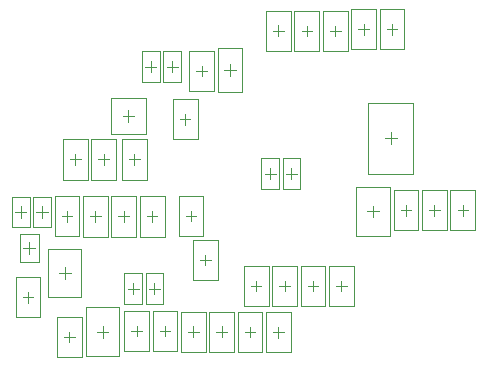
<source format=gbr>
%TF.GenerationSoftware,Altium Limited,Altium Designer,21.9.1 (22)*%
G04 Layer_Color=32768*
%FSLAX45Y45*%
%MOMM*%
%TF.SameCoordinates,430BEF64-33ED-46D9-BD69-C1E45A4CD6A6*%
%TF.FilePolarity,Positive*%
%TF.FileFunction,Other,Mechanical_15*%
%TF.Part,Single*%
G01*
G75*
%TA.AperFunction,NonConductor*%
%ADD60C,0.05000*%
%ADD74C,0.10000*%
D60*
X1295000Y455000D02*
Y715000D01*
X1145000Y455000D02*
Y715000D01*
X1295000D01*
X1145000Y455000D02*
X1295000D01*
X964574Y715000D02*
X1114574D01*
X964574Y455000D02*
X1114574D01*
Y715000D01*
X964574Y455000D02*
Y715000D01*
X343298Y1105000D02*
Y1365000D01*
X193298Y1105000D02*
Y1365000D01*
X343298D01*
X193298Y1105000D02*
X343298D01*
X3410000Y1560000D02*
Y2160000D01*
X3030000D02*
X3410000D01*
X3030000Y1560000D02*
Y2160000D01*
Y1560000D02*
X3410000D01*
X2305000Y1430000D02*
Y1690000D01*
X2455000Y1430000D02*
Y1690000D01*
X2305000Y1430000D02*
X2455000D01*
X2305000Y1690000D02*
X2455000D01*
X2274575Y1430000D02*
Y1690000D01*
X2124575Y1430000D02*
Y1690000D01*
X2274575D01*
X2124575Y1430000D02*
X2274575D01*
X1760000Y2250000D02*
Y2620000D01*
X1960000D01*
X1760000Y2250000D02*
X1960000D01*
Y2620000D01*
X850000Y1898025D02*
Y2198025D01*
X1150000Y1898025D02*
Y2198025D01*
X850000D02*
X1150000D01*
X850000Y1898025D02*
X1150000D01*
X1445000Y2335074D02*
Y2595075D01*
X1295000Y2335074D02*
Y2595075D01*
X1445000D01*
X1295000Y2335074D02*
X1445000D01*
X1264575D02*
Y2595075D01*
X1114575Y2335074D02*
Y2595075D01*
X1264575D01*
X1114575Y2335074D02*
X1264575D01*
X12873Y1105000D02*
X162873D01*
X12873Y1365000D02*
X162873D01*
X12873Y1105000D02*
Y1365000D01*
X162873Y1105000D02*
Y1365000D01*
X895425Y1510000D02*
Y1850000D01*
X685425Y1510000D02*
Y1850000D01*
X895425D01*
X685425Y1510000D02*
X895425D01*
X655000D02*
Y1850000D01*
X445000Y1510000D02*
Y1850000D01*
X655000D01*
X445000Y1510000D02*
X655000D01*
X945000D02*
Y1850000D01*
X1155000Y1510000D02*
Y1850000D01*
X945000Y1510000D02*
X1155000D01*
X945000Y1850000D02*
X1155000D01*
X2456702Y440000D02*
X2666702D01*
X2456702Y780000D02*
X2666702D01*
X2456702Y440000D02*
Y780000D01*
X2666702Y440000D02*
Y780000D01*
X1545000Y660000D02*
X1755000D01*
X1545000Y1000000D02*
X1755000D01*
X1545000Y660000D02*
Y1000000D01*
X1755000Y660000D02*
Y1000000D01*
X2404998Y2937816D02*
X2614998D01*
X2404998Y2597816D02*
X2614998D01*
Y2937816D01*
X2404998Y2597816D02*
Y2937816D01*
X2164573Y2600000D02*
Y2940000D01*
X2374573Y2600000D02*
Y2940000D01*
X2164573Y2600000D02*
X2374573D01*
X2164573Y2940000D02*
X2374573D01*
X2645423Y2937816D02*
X2855424D01*
X2645423Y2597816D02*
X2855424D01*
Y2937816D01*
X2645423Y2597816D02*
Y2937816D01*
X1515000Y2260000D02*
Y2600000D01*
X1725000Y2260000D02*
Y2600000D01*
X1515000Y2260000D02*
X1725000D01*
X1515000Y2600000D02*
X1725000D01*
X3455000Y1080000D02*
Y1420000D01*
X3245000Y1080000D02*
Y1420000D01*
X3455000D01*
X3245000Y1080000D02*
X3455000D01*
X3935851D02*
Y1420000D01*
X3725851Y1080000D02*
Y1420000D01*
X3935851D01*
X3725851Y1080000D02*
X3935851D01*
X3695425D02*
Y1420000D01*
X3485425Y1080000D02*
Y1420000D01*
X3695425D01*
X3485425Y1080000D02*
X3695425D01*
X1425000Y1030425D02*
X1635000D01*
X1425000Y1370425D02*
X1635000D01*
X1425000Y1030425D02*
Y1370425D01*
X1635000Y1030425D02*
Y1370425D01*
X854574Y1027500D02*
X1064574D01*
X854574Y1367500D02*
X1064574D01*
X854574Y1027500D02*
Y1367500D01*
X1064574Y1027500D02*
Y1367500D01*
X1305000Y1027500D02*
Y1367500D01*
X1095000Y1027500D02*
Y1367500D01*
X1305000D01*
X1095000Y1027500D02*
X1305000D01*
X614149D02*
X824149D01*
X614149Y1367500D02*
X824149D01*
X614149Y1027500D02*
Y1367500D01*
X824149Y1027500D02*
Y1367500D01*
X373723Y1027925D02*
X583723D01*
X373723Y1367925D02*
X583723D01*
X373723Y1027925D02*
Y1367925D01*
X583723Y1027925D02*
Y1367925D01*
X80000Y1047500D02*
X240000D01*
X80000Y812500D02*
X240000D01*
X80000D02*
Y1047500D01*
X240000Y812500D02*
Y1047500D01*
X1443724Y52500D02*
X1653724D01*
X1443724Y392500D02*
X1653724D01*
X1443724Y52500D02*
Y392500D01*
X1653724Y52500D02*
Y392500D01*
X2885849Y2611549D02*
Y2951549D01*
X3095849Y2611549D02*
Y2951549D01*
X2885849Y2611549D02*
X3095849D01*
X2885849Y2951549D02*
X3095849D01*
X3336275Y2611549D02*
Y2951549D01*
X3126275Y2611549D02*
Y2951549D01*
X3336275D01*
X3126275Y2611549D02*
X3336275D01*
X255000Y342500D02*
Y682500D01*
X45000Y342500D02*
Y682500D01*
X255000D01*
X45000Y342500D02*
X255000D01*
X2185851Y440000D02*
Y780000D01*
X1975851Y440000D02*
Y780000D01*
X2185851D01*
X1975851Y440000D02*
X2185851D01*
X2907127D02*
Y780000D01*
X2697127Y440000D02*
Y780000D01*
X2907127D01*
X2697127Y440000D02*
X2907127D01*
X2426276D02*
Y780000D01*
X2216276Y440000D02*
Y780000D01*
X2426276D01*
X2216276Y440000D02*
X2426276D01*
X395000Y7500D02*
Y347500D01*
X605000Y7500D02*
Y347500D01*
X395000Y7500D02*
X605000D01*
X395000Y347500D02*
X605000D01*
X1413298Y57500D02*
Y397500D01*
X1203298Y57500D02*
Y397500D01*
X1413298D01*
X1203298Y57500D02*
X1413298D01*
X1172873D02*
Y397500D01*
X962873Y57500D02*
Y397500D01*
X1172873D01*
X962873Y57500D02*
X1172873D01*
X2375000Y47500D02*
Y387500D01*
X2165000Y47500D02*
Y387500D01*
X2375000D01*
X2165000Y47500D02*
X2375000D01*
X1894149Y52500D02*
Y392500D01*
X1684149Y52500D02*
Y392500D01*
X1894149D01*
X1684149Y52500D02*
X1894149D01*
X2134575Y50000D02*
Y390000D01*
X1924575Y50000D02*
Y390000D01*
X2134575D01*
X1924575Y50000D02*
X2134575D01*
X1585000Y1850000D02*
Y2190000D01*
X1375000Y1850000D02*
Y2190000D01*
X1585000D01*
X1375000Y1850000D02*
X1585000D01*
D74*
X1172500Y585000D02*
X1267500D01*
X1220000Y537500D02*
Y632500D01*
X1039574Y537500D02*
Y632500D01*
X992074Y585000D02*
X1087074D01*
X220798Y1235000D02*
X315798D01*
X268298Y1187500D02*
Y1282500D01*
X3220000Y1810000D02*
Y1910000D01*
X3170000Y1860000D02*
X3270000D01*
X2332500Y1560000D02*
X2427500D01*
X2380000Y1512500D02*
Y1607500D01*
X2152075Y1560000D02*
X2247075D01*
X2199575Y1512500D02*
Y1607500D01*
X1810000Y2435000D02*
X1910000D01*
X1860000Y2385000D02*
Y2485000D01*
X950000Y2048025D02*
X1050000D01*
X1000000Y1998025D02*
Y2098025D01*
X1322500Y2465075D02*
X1417500D01*
X1370000Y2417575D02*
Y2512574D01*
X1142075Y2465075D02*
X1237075D01*
X1189575Y2417575D02*
Y2512574D01*
X3020000Y1240000D02*
X3120000D01*
X3070000Y1190000D02*
Y1290000D01*
X3210000Y1035000D02*
Y1445000D01*
X2930000Y1035000D02*
Y1445000D01*
X3210000D01*
X2930000Y1035000D02*
X3210000D01*
X730000Y222500D02*
X830000D01*
X780000Y172500D02*
Y272500D01*
X640000Y17500D02*
Y427500D01*
X920000Y17500D02*
Y427500D01*
X640000Y17500D02*
X920000D01*
X640000Y427500D02*
X920000D01*
X320000Y922500D02*
X600000D01*
X320000Y512500D02*
X600000D01*
Y922500D01*
X320000Y512500D02*
Y922500D01*
X460000Y667500D02*
Y767500D01*
X410000Y717500D02*
X510000D01*
X87873Y1187500D02*
Y1282500D01*
X40373Y1235000D02*
X135373D01*
X745425Y1680000D02*
X835425D01*
X790425Y1635000D02*
Y1725000D01*
X505000Y1680000D02*
X595000D01*
X550000Y1635000D02*
Y1725000D01*
X1005000Y1680000D02*
X1095000D01*
X1050000Y1635000D02*
Y1725000D01*
X2561702Y565000D02*
Y655000D01*
X2516702Y610000D02*
X2606702D01*
X1650000Y785000D02*
Y875000D01*
X1605000Y830000D02*
X1695000D01*
X2509998Y2722816D02*
Y2812816D01*
X2464998Y2767816D02*
X2554998D01*
X2224573Y2770000D02*
X2314572D01*
X2269573Y2725000D02*
Y2815000D01*
X2750424Y2722816D02*
Y2812816D01*
X2705424Y2767816D02*
X2795423D01*
X1575000Y2430000D02*
X1665000D01*
X1620000Y2385000D02*
Y2475000D01*
X3305000Y1250000D02*
X3395000D01*
X3350000Y1205000D02*
Y1295000D01*
X3785851Y1250000D02*
X3875851D01*
X3830851Y1205000D02*
Y1295000D01*
X3545425Y1250000D02*
X3635425D01*
X3590425Y1205000D02*
Y1295000D01*
X1530000Y1155425D02*
Y1245425D01*
X1485000Y1200425D02*
X1575000D01*
X959574Y1152500D02*
Y1242500D01*
X914574Y1197500D02*
X1004574D01*
X1155000D02*
X1245000D01*
X1200000Y1152500D02*
Y1242500D01*
X719149Y1152500D02*
Y1242500D01*
X674149Y1197500D02*
X764149D01*
X478723Y1152925D02*
Y1242925D01*
X433723Y1197925D02*
X523724D01*
X160000Y880000D02*
Y980000D01*
X110000Y930000D02*
X210000D01*
X1548724Y177500D02*
Y267500D01*
X1503724Y222500D02*
X1593724D01*
X2945849Y2781549D02*
X3035849D01*
X2990849Y2736549D02*
Y2826549D01*
X3186275Y2781549D02*
X3276275D01*
X3231275Y2736549D02*
Y2826549D01*
X105000Y512500D02*
X195000D01*
X150000Y467500D02*
Y557500D01*
X2035851Y610000D02*
X2125851D01*
X2080851Y565000D02*
Y655000D01*
X2757127Y610000D02*
X2847127D01*
X2802127Y565000D02*
Y655000D01*
X2276276Y610000D02*
X2366276D01*
X2321276Y565000D02*
Y655000D01*
X455000Y177500D02*
X545000D01*
X500000Y132500D02*
Y222500D01*
X1263298Y227500D02*
X1353298D01*
X1308298Y182500D02*
Y272500D01*
X1022873Y227500D02*
X1112873D01*
X1067873Y182500D02*
Y272500D01*
X2225000Y217500D02*
X2315000D01*
X2270000Y172500D02*
Y262500D01*
X1744149Y222500D02*
X1834149D01*
X1789149Y177500D02*
Y267500D01*
X1984575Y220000D02*
X2074574D01*
X2029575Y175000D02*
Y265000D01*
X1435000Y2020000D02*
X1525000D01*
X1480000Y1975000D02*
Y2065000D01*
%TF.MD5,3de9c0285d3a4b69e8f21a0434bc2416*%
M02*

</source>
